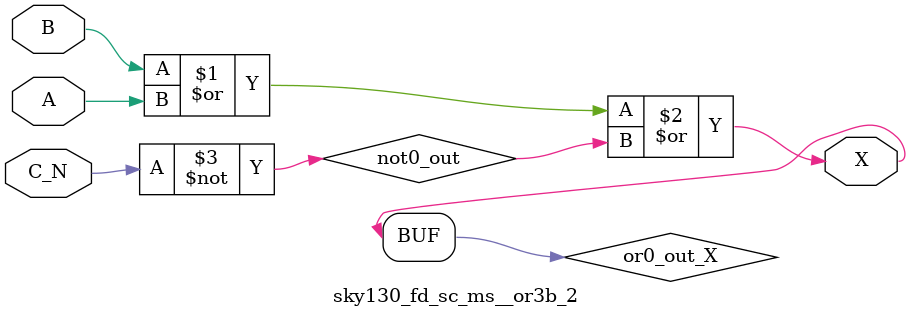
<source format=v>
/*
 * Copyright 2020 The SkyWater PDK Authors
 *
 * Licensed under the Apache License, Version 2.0 (the "License");
 * you may not use this file except in compliance with the License.
 * You may obtain a copy of the License at
 *
 *     https://www.apache.org/licenses/LICENSE-2.0
 *
 * Unless required by applicable law or agreed to in writing, software
 * distributed under the License is distributed on an "AS IS" BASIS,
 * WITHOUT WARRANTIES OR CONDITIONS OF ANY KIND, either express or implied.
 * See the License for the specific language governing permissions and
 * limitations under the License.
 *
 * SPDX-License-Identifier: Apache-2.0
*/


`ifndef SKY130_FD_SC_MS__OR3B_2_FUNCTIONAL_V
`define SKY130_FD_SC_MS__OR3B_2_FUNCTIONAL_V

/**
 * or3b: 3-input OR, first input inverted.
 *
 * Verilog simulation functional model.
 */

`timescale 1ns / 1ps
`default_nettype none

`celldefine
module sky130_fd_sc_ms__or3b_2 (
    X  ,
    A  ,
    B  ,
    C_N
);

    // Module ports
    output X  ;
    input  A  ;
    input  B  ;
    input  C_N;

    // Local signals
    wire not0_out ;
    wire or0_out_X;

    //  Name  Output     Other arguments
    not not0 (not0_out , C_N            );
    or  or0  (or0_out_X, B, A, not0_out );
    buf buf0 (X        , or0_out_X      );

endmodule
`endcelldefine

`default_nettype wire
`endif  // SKY130_FD_SC_MS__OR3B_2_FUNCTIONAL_V

</source>
